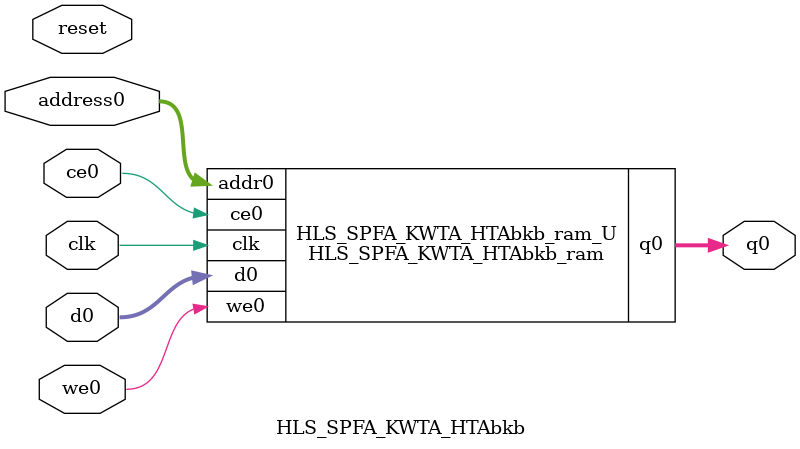
<source format=v>

`timescale 1 ns / 1 ps
module HLS_SPFA_KWTA_HTAbkb_ram (addr0, ce0, d0, we0, q0,  clk);

parameter DWIDTH = 32;
parameter AWIDTH = 11;
parameter MEM_SIZE = 2000;

input[AWIDTH-1:0] addr0;
input ce0;
input[DWIDTH-1:0] d0;
input we0;
output reg[DWIDTH-1:0] q0;
input clk;

(* ram_style = "block" *)reg [DWIDTH-1:0] ram[0:MEM_SIZE-1];




always @(posedge clk)  
begin 
    if (ce0) 
    begin
        if (we0) 
        begin 
            ram[addr0] <= d0; 
            q0 <= d0;
        end 
        else 
            q0 <= ram[addr0];
    end
end


endmodule


`timescale 1 ns / 1 ps
module HLS_SPFA_KWTA_HTAbkb(
    reset,
    clk,
    address0,
    ce0,
    we0,
    d0,
    q0);

parameter DataWidth = 32'd32;
parameter AddressRange = 32'd2000;
parameter AddressWidth = 32'd11;
input reset;
input clk;
input[AddressWidth - 1:0] address0;
input ce0;
input we0;
input[DataWidth - 1:0] d0;
output[DataWidth - 1:0] q0;



HLS_SPFA_KWTA_HTAbkb_ram HLS_SPFA_KWTA_HTAbkb_ram_U(
    .clk( clk ),
    .addr0( address0 ),
    .ce0( ce0 ),
    .we0( we0 ),
    .d0( d0 ),
    .q0( q0 ));

endmodule


</source>
